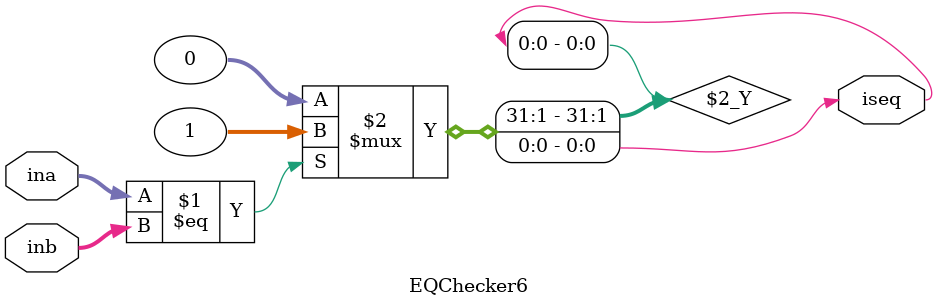
<source format=v>
module EQChecker6( ina, inb, iseq );
  input[5:0] ina, inb;
  output iseq;
  
  assign iseq = (ina == inb) ? 1 : 0;
  
endmodule
</source>
